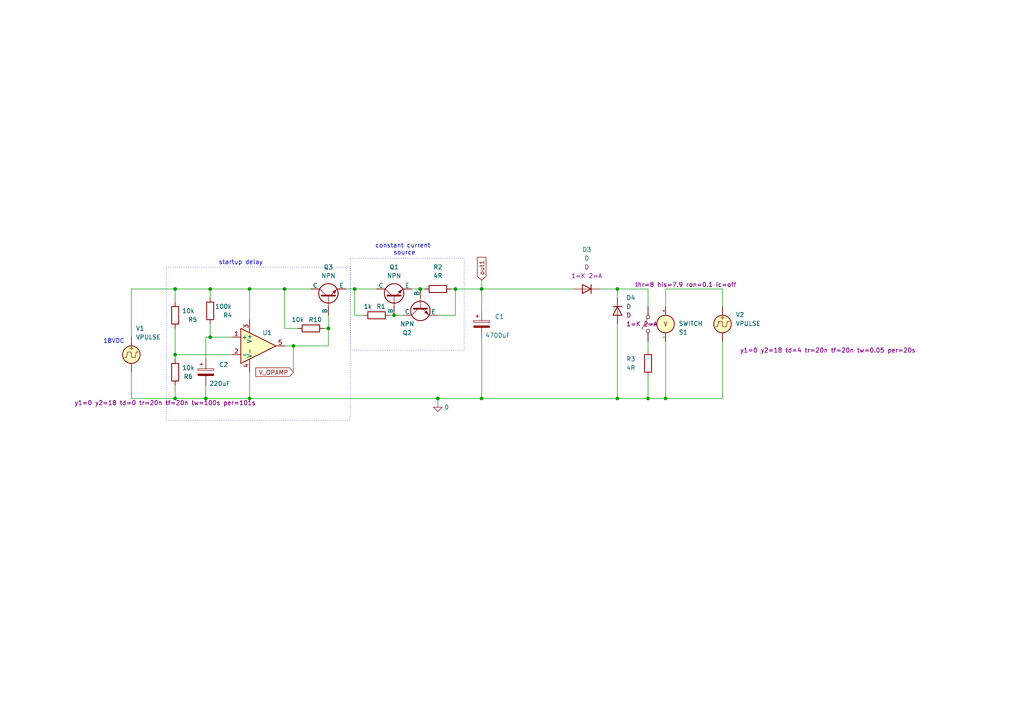
<source format=kicad_sch>
(kicad_sch (version 20231120) (generator "eeschema") (generator_version "8.0")
  (paper "A4")
  (lib_symbols
    (symbol "Device:C_Polarized" (pin_numbers hide) (pin_names (offset 0.254))
      (property "Reference" "C" (at 0.635 2.54 0))
      (property "Value" "C_Polarized" (at 0.635 -2.54 0))
      (symbol "C_Polarized_0_1"
        (rectangle (start -2.286 0.508) (end 2.286 1.016))
        (polyline (pts (xy -1.778 2.286) (xy -0.762 2.286)))
        (polyline (pts (xy -1.27 2.794) (xy -1.27 1.778)))
        (rectangle (start 2.286 -0.508) (end -2.286 -1.016) (fill (type outline)))
      )
      (symbol "C_Polarized_1_1"
        (pin passive line (at 0 3.81 270) (length 2.794) (name "~") (number "1"))
        (pin passive line (at 0 -3.81 90) (length 2.794) (name "~") (number "2"))
      )
    )
    (symbol "Device:R" (pin_numbers hide) (pin_names (offset 0))
      (property "Reference" "R" (at 2.032 0 90))
      (property "Value" "R" (at 0 0 90))
      (symbol "R_0_1"
        (rectangle (start -1.016 -2.54) (end 1.016 2.54) (stroke (width 0.254)))
      )
      (symbol "R_1_1"
        (pin passive line (at 0 3.81 270) (length 1.27) (name "~") (number "1"))
        (pin passive line (at 0 -3.81 90) (length 1.27) (name "~") (number "2"))
      )
    )
    (symbol "Simulation_SPICE:0" (power) (pin_numbers hide) (pin_names (offset 0) hide)
      (property "Value" "0" (at 0 -2.54 0))
      (symbol "0_0_1"
        (polyline (pts (xy -1.27 0) (xy 0 -1.27) (xy 1.27 0) (xy -1.27 0)))
      )
      (symbol "0_1_1"
        (pin power_in line (at 0 0 0) (length 0) (name "~") (number "1"))
      )
    )
    (symbol "Simulation_SPICE:D" (pin_numbers hide) (pin_names (offset 1.016) hide)
      (property "Reference" "D" (at 0 2.54 0))
      (property "Value" "D" (at 0 -2.54 0))
      (property "Sim.Device" "D" (at 0 0 0))
      (property "Sim.Pins" "1=K 2=A" (at 0 0 0))
      (symbol "D_0_1"
        (polyline (pts (xy -1.27 1.27) (xy -1.27 -1.27)) (stroke (width 0.254)))
        (polyline (pts (xy 1.27 0) (xy -1.27 0)))
        (polyline (pts (xy 1.27 1.27) (xy 1.27 -1.27) (xy -1.27 0) (xy 1.27 1.27)) (stroke (width 0.254)))
      )
      (symbol "D_1_1"
        (pin passive line (at -3.81 0 0) (length 2.54) (name "K") (number "1"))
        (pin passive line (at 3.81 0 180) (length 2.54) (name "A") (number "2"))
      )
    )
    (symbol "Simulation_SPICE:NPN" (pin_numbers hide) (pin_names (offset 0))
      (property "Reference" "Q" (at -2.54 7.62 0))
      (property "Value" "NPN" (at -2.54 5.08 0))
      (symbol "NPN_0_1"
        (polyline (pts (xy -2.54 0) (xy 0.635 0)) (stroke (width 0.1524)))
        (polyline (pts (xy 0.635 0.635) (xy 2.54 2.54)))
        (polyline (pts (xy 2.794 -1.27) (xy 2.794 -1.27)) (stroke (width 0.1524)))
        (polyline (pts (xy 2.794 -1.27) (xy 2.794 -1.27)) (stroke (width 0.1524)))
        (polyline (pts (xy 0.635 -0.635) (xy 2.54 -2.54) (xy 2.54 -2.54)))
        (polyline (pts (xy 0.635 1.905) (xy 0.635 -1.905) (xy 0.635 -1.905)) (stroke (width 0.508)))
        (polyline (pts (xy 1.27 -1.778) (xy 1.778 -1.27) (xy 2.286 -2.286) (xy 1.27 -1.778) (xy 1.27 -1.778)) (fill (type outline)))
        (circle (center 1.27 0) (radius 2.8194) (stroke (width 0.254)))
      )
      (symbol "NPN_1_1"
        (pin open_collector line (at 2.54 5.08 270) (length 2.54) (name "C") (number "1"))
        (pin input line (at -5.08 0 0) (length 2.54) (name "B") (number "2"))
        (pin open_emitter line (at 2.54 -5.08 90) (length 2.54) (name "E") (number "3"))
      )
    )
    (symbol "Simulation_SPICE:OPAMP" (pin_names (offset 0.254))
      (property "Reference" "U" (at 3.81 3.175 0))
      (property "Value" "${SIM.PARAMS}" (at 3.81 -3.175 0))
      (symbol "OPAMP_0_1"
        (polyline (pts (xy 5.08 0) (xy -5.08 5.08) (xy -5.08 -5.08) (xy 5.08 0)) (stroke (width 0.254)) (fill (type background)))
      )
      (symbol "OPAMP_1_1"
        (pin input line (at -7.62 2.54 0) (length 2.54) (name "+") (number "1"))
        (pin input line (at -7.62 -2.54 0) (length 2.54) (name "-") (number "2"))
        (pin power_in line (at -2.54 7.62 270) (length 3.81) (name "V+") (number "3"))
        (pin power_in line (at -2.54 -7.62 90) (length 3.81) (name "V-") (number "4"))
        (pin output line (at 7.62 0 180) (length 2.54) (name "~") (number "5"))
      )
    )
    (symbol "Simulation_SPICE:SWITCH" (pin_numbers hide) (pin_names (offset 1.016) hide)
      (property "Reference" "S" (at 2.54 2.54 0))
      (property "Value" "SWITCH" (at 2.54 0 0))
      (property "Sim.Params" "thr=0 ron=1" (at 2.54 -2.54 0))
      (symbol "SWITCH_0_1"
        (circle (center 0 -2.032) (radius 0.508))
        (polyline (pts (xy 0.254 1.524) (xy 1.778 -1.524)))
        (circle (center 0 2.032) (radius 0.508))
      )
      (symbol "SWITCH_1_1"
        (circle (center -5.08 0) (radius 2.54) (stroke (width 0.254)) (fill (type background)))
        (polyline (pts (xy -4.826 -3.81) (xy -4.318 -3.81)))
        (polyline (pts (xy -4.826 3.81) (xy -4.318 3.81)))
        (polyline (pts (xy -4.572 4.064) (xy -4.572 3.556)))
        (polyline (pts (xy -2.54 0) (xy 0.889 0)) (stroke (width 0) (type dash)))
        (text "V" (at -5.08 0 0) (effects (font (size 1.27 1.27))))
        (pin passive line (at 0 5.08 270) (length 2.54) (name "N+") (number "1"))
        (pin passive line (at 0 -5.08 90) (length 2.54) (name "N-") (number "2"))
        (pin input line (at -5.08 5.08 270) (length 2.54) (name "C+") (number "3"))
        (pin input line (at -5.08 -5.08 90) (length 2.54) (name "C-") (number "4"))
      )
    )
    (symbol "Simulation_SPICE:VPULSE" (pin_numbers hide) (pin_names (offset 0.0254))
      (property "Reference" "V" (at 2.54 2.54 0))
      (property "Value" "VPULSE" (at 2.54 0 0))
      (property "Sim.Params" "y1=0 y2=1 td=2n tr=2n tf=2n tw=50n per=100n" (at 2.54 -2.54 0))
      (symbol "VPULSE_0_0"
        (polyline (pts (xy -2.032 -0.762) (xy -1.397 -0.762) (xy -1.143 0.762) (xy -0.127 0.762) (xy 0.127 -0.762) (xy 1.143 -0.762) (xy 1.397 0.762) (xy 2.032 0.762)))
        (text "+" (at 0 1.905 0) (effects (font (size 1.27 1.27))))
      )
      (symbol "VPULSE_0_1"
        (circle (center 0 0) (radius 2.54) (stroke (width 0.254)) (fill (type background)))
      )
      (symbol "VPULSE_1_1"
        (pin passive line (at 0 5.08 270) (length 2.54) (name "~") (number "1"))
        (pin passive line (at 0 -5.08 90) (length 2.54) (name "~") (number "2"))
      )
    )
  )
  (junction (at 187.96 115.57))
  (junction (at 60.96 83.82))
  (junction (at 82.55 83.82))
  (junction (at 50.8 115.57))
  (junction (at 127 115.57))
  (junction (at 193.04 115.57))
  (junction (at 72.39 115.57))
  (junction (at 95.25 95.25))
  (junction (at 85.09 100.33))
  (junction (at 179.07 83.82))
  (junction (at 102.87 83.82))
  (junction (at 121.92 83.82))
  (junction (at 179.07 115.57))
  (junction (at 72.39 83.82))
  (junction (at 139.7 83.82))
  (junction (at 139.7 115.57))
  (junction (at 50.8 83.82))
  (junction (at 132.08 83.82))
  (junction (at 59.69 115.57))
  (junction (at 60.96 97.79))
  (junction (at 114.3 91.44))
  (junction (at 50.8 102.87))
  (wire (pts (xy 95.25 100.33) (xy 95.25 95.25)))
  (wire (pts (xy 193.04 115.57) (xy 187.96 115.57)))
  (wire (pts (xy 38.1 83.82) (xy 50.8 83.82)))
  (wire (pts (xy 179.07 83.82) (xy 187.96 83.82)))
  (wire (pts (xy 121.92 83.82) (xy 123.19 83.82)))
  (wire (pts (xy 187.96 99.06) (xy 187.96 101.6)))
  (wire (pts (xy 95.25 95.25) (xy 95.25 91.44)))
  (wire (pts (xy 59.69 115.57) (xy 72.39 115.57)))
  (wire (pts (xy 139.7 115.57) (xy 179.07 115.57)))
  (wire (pts (xy 72.39 107.95) (xy 72.39 115.57)))
  (wire (pts (xy 113.03 91.44) (xy 114.3 91.44)))
  (wire (pts (xy 38.1 107.95) (xy 38.1 115.57)))
  (wire (pts (xy 209.55 83.82) (xy 209.55 88.9)))
  (wire (pts (xy 72.39 83.82) (xy 82.55 83.82)))
  (wire (pts (xy 139.7 83.82) (xy 139.7 90.17)))
  (wire (pts (xy 209.55 99.06) (xy 209.55 115.57)))
  (wire (pts (xy 100.33 83.82) (xy 102.87 83.82)))
  (wire (pts (xy 85.09 107.95) (xy 85.09 100.33)))
  (wire (pts (xy 127 91.44) (xy 132.08 91.44)))
  (wire (pts (xy 86.36 95.25) (xy 82.55 95.25)))
  (wire (pts (xy 139.7 97.79) (xy 139.7 115.57)))
  (wire (pts (xy 50.8 102.87) (xy 67.31 102.87)))
  (wire (pts (xy 72.39 83.82) (xy 72.39 92.71)))
  (wire (pts (xy 50.8 95.25) (xy 50.8 102.87)))
  (wire (pts (xy 38.1 115.57) (xy 50.8 115.57)))
  (wire (pts (xy 193.04 99.06) (xy 193.04 115.57)))
  (wire (pts (xy 50.8 83.82) (xy 60.96 83.82)))
  (wire (pts (xy 59.69 97.79) (xy 59.69 104.14)))
  (wire (pts (xy 50.8 111.76) (xy 50.8 115.57)))
  (wire (pts (xy 60.96 97.79) (xy 59.69 97.79)))
  (wire (pts (xy 127 115.57) (xy 139.7 115.57)))
  (wire (pts (xy 173.99 83.82) (xy 179.07 83.82)))
  (wire (pts (xy 60.96 83.82) (xy 72.39 83.82)))
  (wire (pts (xy 60.96 83.82) (xy 60.96 86.36)))
  (wire (pts (xy 187.96 109.22) (xy 187.96 115.57)))
  (wire (pts (xy 114.3 91.44) (xy 116.84 91.44)))
  (wire (pts (xy 93.98 95.25) (xy 95.25 95.25)))
  (wire (pts (xy 60.96 93.98) (xy 60.96 97.79)))
  (wire (pts (xy 130.81 83.82) (xy 132.08 83.82)))
  (wire (pts (xy 50.8 102.87) (xy 50.8 104.14)))
  (wire (pts (xy 179.07 115.57) (xy 187.96 115.57)))
  (wire (pts (xy 187.96 88.9) (xy 187.96 83.82)))
  (wire (pts (xy 82.55 95.25) (xy 82.55 83.82)))
  (wire (pts (xy 179.07 83.82) (xy 179.07 86.36)))
  (wire (pts (xy 59.69 111.76) (xy 59.69 115.57)))
  (wire (pts (xy 132.08 91.44) (xy 132.08 83.82)))
  (wire (pts (xy 50.8 83.82) (xy 50.8 87.63)))
  (wire (pts (xy 102.87 83.82) (xy 109.22 83.82)))
  (wire (pts (xy 119.38 83.82) (xy 121.92 83.82)))
  (wire (pts (xy 193.04 83.82) (xy 209.55 83.82)))
  (wire (pts (xy 60.96 97.79) (xy 67.31 97.79)))
  (wire (pts (xy 132.08 83.82) (xy 139.7 83.82)))
  (wire (pts (xy 179.07 93.98) (xy 179.07 115.57)))
  (wire (pts (xy 209.55 115.57) (xy 193.04 115.57)))
  (wire (pts (xy 102.87 83.82) (xy 102.87 91.44)))
  (wire (pts (xy 139.7 83.82) (xy 166.37 83.82)))
  (wire (pts (xy 38.1 83.82) (xy 38.1 97.79)))
  (wire (pts (xy 139.7 81.28) (xy 139.7 83.82)))
  (wire (pts (xy 82.55 83.82) (xy 90.17 83.82)))
  (wire (pts (xy 193.04 83.82) (xy 193.04 88.9)))
  (wire (pts (xy 127 115.57) (xy 127 118.11)))
  (wire (pts (xy 102.87 91.44) (xy 105.41 91.44)))
  (wire (pts (xy 85.09 100.33) (xy 95.25 100.33)))
  (wire (pts (xy 72.39 115.57) (xy 127 115.57)))
  (wire (pts (xy 82.55 100.33) (xy 85.09 100.33)))
  (wire (pts (xy 50.8 115.57) (xy 59.69 115.57)))
  (rectangle (start 48.26 77.47) (end 101.6 121.92) (stroke (width 0) (type dot)))
  (rectangle (start 101.6 74.93) (end 134.62 101.6) (stroke (width 0) (type dot)))
  (text "startup delay" (at 69.85 76.2 0) (effects (font (size 1.27 1.27))))
  (text "constant current\n source" (at 116.84 72.39 0) (effects (font (size 1.27 1.27))))
  (text "18VDC" (at 33.02 99.06 0) (effects (font (size 1.27 1.27))))
  (global_label "V_OPAMP" (shape input) (at 85.09 107.95 180) (property "Intersheetrefs" "${INTERSHEET_REFS}" (effects (hide yes))))
  (global_label "out1" (shape input) (at 139.7 81.28 90) (property "Intersheetrefs" "${INTERSHEET_REFS}" (effects (hide yes))))
  (symbol (lib_id "Device:R") (at 90.17 95.25 90) (unit 1)
    (property "Reference" "R10" (at 91.44 92.71 90))
    (property "Value" "10k" (at 86.36 92.71 90))
    (property "Description" "Resistor" (effects (hide yes)))
  )
  (symbol (lib_id "Device:C_Polarized") (at 139.7 93.98 0) (unit 1)
    (property "Reference" "C1" (at 143.51 91.821 0) (effects (justify left)))
    (property "Value" "4700uF" (at 140.716 97.282 0) (effects (justify left)))
    (property "Footprint" "Capacitor_THT:CP_Radial_D16.0mm_P7.50mm" (effects (hide yes)))
    (property "Sim.Device" "C" (effects (hide yes)))
    (property "Sim.Pins" "1=+ 2=-" (effects (hide yes)))
  )
  (symbol (lib_id "Device:R") (at 60.96 90.17 0) (unit 1)
    (property "Reference" "R4" (at 66.04 91.44 0))
    (property "Value" "100k" (at 64.77 88.9 0))
    (property "Description" "Resistor" (effects (hide yes)))
    (property "Sim.Device" "R" (effects (hide yes)))
    (property "Sim.Pins" "1=+ 2=-" (effects (hide yes)))
  )
  (symbol (lib_id "Simulation_SPICE:D") (at 170.18 83.82 180) (unit 1)
    (property "Reference" "D3" (at 170.18 72.39 0))
    (property "Value" "D" (at 170.18 74.93 0))
    (property "Datasheet" "https://ngspice.sourceforge.io/docs/ngspice-html-manual/manual.xhtml#cha_DIODEs" (effects (hide yes)))
    (property "Description" "Diode for simulation or PCB" (effects (hide yes)))
    (property "Sim.Device" "D" (at 170.18 77.47 0))
    (property "Sim.Pins" "1=K 2=A" (at 170.18 80.01 0))
  )
  (symbol (lib_id "Device:R") (at 50.8 91.44 0) (unit 1)
    (property "Reference" "R5" (at 55.88 92.71 0))
    (property "Value" "10k" (at 54.61 90.17 0))
    (property "Description" "Resistor" (effects (hide yes)))
  )
  (symbol (lib_id "Device:R") (at 109.22 91.44 90) (unit 1)
    (property "Reference" "R1" (at 110.49 88.9 90))
    (property "Value" "1k" (at 106.68 88.9 90))
    (property "Description" "Resistor" (effects (hide yes)))
  )
  (symbol (lib_id "Simulation_SPICE:VPULSE") (at 209.55 93.98 0) (unit 1)
    (property "Reference" "V2" (at 213.36 91.3101 0) (effects (justify left)))
    (property "Value" "VPULSE" (at 213.36 93.8501 0) (effects (justify left)))
    (property "Datasheet" "https://ngspice.sourceforge.io/docs/ngspice-html-manual/manual.xhtml#sec_Independent_Sources_for" (effects (hide yes)))
    (property "Description" "Voltage source, pulse" (effects (hide yes)))
    (property "Sim.Pins" "1=+ 2=-" (effects (hide yes)))
    (property "Sim.Type" "PULSE" (effects (hide yes)))
    (property "Sim.Device" "V" (effects (hide yes)))
    (property "Sim.Params" "y1=0 y2=18 td=4 tr=20n tf=20n tw=0.05 per=20s" (at 214.63 101.6 0) (effects (justify left)))
  )
  (symbol (lib_id "Device:R") (at 127 83.82 90) (unit 1)
    (property "Reference" "R2" (at 127 77.47 90))
    (property "Value" "4R" (at 127 80.01 90))
    (property "Description" "Resistor" (effects (hide yes)))
  )
  (symbol (lib_id "Simulation_SPICE:NPN") (at 121.92 88.9 90) (mirror x) (unit 1)
    (property "Reference" "Q2" (at 118.11 96.52 90))
    (property "Value" "NPN" (at 118.11 93.98 90))
    (property "Datasheet" "https://ngspice.sourceforge.io/docs/ngspice-html-manual/manual.xhtml#cha_BJTs" (effects (hide yes)))
    (property "Description" "Bipolar transistor symbol for simulation only, substrate tied to the emitter" (effects (hide yes)))
    (property "Sim.Device" "NPN" (effects (hide yes)))
    (property "Sim.Type" "GUMMELPOON" (effects (hide yes)))
    (property "Sim.Pins" "1=C 2=B 3=E" (effects (hide yes)))
  )
  (symbol (lib_id "Simulation_SPICE:0") (at 127 118.11 0) (unit 1)
    (property "Reference" "#GND01" (effects (hide yes)))
    (property "Value" "0" (at 129.54 118.11 0))
    (property "Datasheet" "https://ngspice.sourceforge.io/docs/ngspice-html-manual/manual.xhtml#subsec_Circuit_elements__device" (effects (hide yes)))
    (property "Description" "0V reference potential for simulation" (effects (hide yes)))
  )
  (symbol (lib_id "Device:R") (at 187.96 105.41 0) (unit 1)
    (property "Reference" "R3" (at 181.61 104.14 0) (effects (justify left)))
    (property "Value" "4R" (at 181.61 106.68 0) (effects (justify left)))
    (property "Description" "Resistor" (effects (hide yes)))
  )
  (symbol (lib_id "Simulation_SPICE:VPULSE") (at 38.1 102.87 0) (unit 1)
    (property "Reference" "V1" (at 39.37 95.25 0) (effects (justify left)))
    (property "Value" "VPULSE" (at 39.37 97.79 0) (effects (justify left)))
    (property "Datasheet" "https://ngspice.sourceforge.io/docs/ngspice-html-manual/manual.xhtml#sec_Independent_Sources_for" (effects (hide yes)))
    (property "Description" "Voltage source, pulse" (effects (hide yes)))
    (property "Sim.Pins" "1=+ 2=-" (effects (hide yes)))
    (property "Sim.Type" "PULSE" (effects (hide yes)))
    (property "Sim.Device" "V" (effects (hide yes)))
    (property "Sim.Params" "y1=0 y2=18 td=0 tr=20n tf=20n tw=100s per=101s" (at 21.59 116.84 0) (effects (justify left)))
  )
  (symbol (lib_id "Device:C_Polarized") (at 59.69 107.95 0) (unit 1)
    (property "Reference" "C2" (at 63.5 105.791 0) (effects (justify left)))
    (property "Value" "220uF" (at 60.706 111.252 0) (effects (justify left)))
    (property "Footprint" "Capacitor_THT:CP_Radial_D16.0mm_P7.50mm" (effects (hide yes)))
    (property "Sim.Device" "C" (effects (hide yes)))
    (property "Sim.Pins" "1=+ 2=-" (effects (hide yes)))
  )
  (symbol (lib_id "Simulation_SPICE:NPN") (at 95.25 86.36 90) (unit 1)
    (property "Reference" "Q3" (at 95.25 77.47 90))
    (property "Value" "NPN" (at 95.25 80.01 90))
    (property "Datasheet" "https://ngspice.sourceforge.io/docs/ngspice-html-manual/manual.xhtml#cha_BJTs" (effects (hide yes)))
    (property "Description" "Bipolar transistor symbol for simulation only, substrate tied to the emitter" (effects (hide yes)))
    (property "Sim.Device" "NPN" (effects (hide yes)))
    (property "Sim.Type" "GUMMELPOON" (effects (hide yes)))
    (property "Sim.Pins" "1=C 2=B 3=E" (effects (hide yes)))
  )
  (symbol (lib_id "Simulation_SPICE:D") (at 179.07 90.17 270) (unit 1)
    (property "Reference" "D4" (at 181.61 86.3599 90) (effects (justify left)))
    (property "Value" "D" (at 181.61 88.8999 90) (effects (justify left)))
    (property "Datasheet" "https://ngspice.sourceforge.io/docs/ngspice-html-manual/manual.xhtml#cha_DIODEs" (effects (hide yes)))
    (property "Description" "Diode for simulation or PCB" (effects (hide yes)))
    (property "Sim.Device" "D" (at 181.61 91.4399 90) (effects (justify left)))
    (property "Sim.Pins" "1=K 2=A" (at 181.61 93.9799 90) (effects (justify left)))
  )
  (symbol (lib_id "Simulation_SPICE:SWITCH") (at 187.96 93.98 0) (mirror y) (unit 1)
    (property "Reference" "S1" (at 196.85 96.3931 0) (effects (justify right)))
    (property "Value" "SWITCH" (at 196.85 93.8531 0) (effects (justify right)))
    (property "Datasheet" "https://ngspice.sourceforge.io/docs/ngspice-html-manual/manual.xhtml#subsec_Switches" (effects (hide yes)))
    (property "Description" "Voltage controlled switch symbol for simulation only" (effects (hide yes)))
    (property "Sim.Device" "SW" (effects (hide yes)))
    (property "Sim.Type" "V" (effects (hide yes)))
    (property "Sim.Params" "thr=8 his=7.9 ron=0.1 ic=off" (at 184.15 82.55 0) (effects (justify right)))
    (property "Sim.Pins" "1=no+ 2=no- 3=ctrl+ 4=ctrl-" (effects (hide yes)))
  )
  (symbol (lib_id "Simulation_SPICE:OPAMP") (at 74.93 100.33 0) (unit 1)
    (property "Reference" "U1" (at 77.47 96.52 0))
    (property "Value" "${SIM.PARAMS}" (at 82.55 97.1865 0))
    (property "Datasheet" "https://ngspice.sourceforge.io/docs/ngspice-html-manual/manual.xhtml#sec__SUBCKT_Subcircuits" (effects (hide yes)))
    (property "Description" "Operational amplifier, single, node sequence=1:+ 2:- 3:OUT 4:V+ 5:V-" (effects (hide yes)))
    (property "Sim.Pins" "1=in+ 2=in- 3=vcc 4=vee 5=out" (effects (hide yes)))
    (property "Sim.Device" "SUBCKT" (effects (hide yes)))
    (property "Sim.Library" "${KICAD7_SYMBOL_DIR}/Simulation_SPICE.sp" (effects (hide yes)))
    (property "Sim.Name" "kicad_builtin_opamp" (effects (hide yes)))
  )
  (symbol (lib_id "Device:R") (at 50.8 107.95 0) (unit 1)
    (property "Reference" "R6" (at 54.61 109.22 0))
    (property "Value" "10k" (at 54.61 106.68 0))
    (property "Description" "Resistor" (effects (hide yes)))
  )
  (symbol (lib_id "Simulation_SPICE:NPN") (at 114.3 86.36 90) (unit 1)
    (property "Reference" "Q1" (at 114.3 77.47 90))
    (property "Value" "NPN" (at 114.3 80.01 90))
    (property "Datasheet" "https://ngspice.sourceforge.io/docs/ngspice-html-manual/manual.xhtml#cha_BJTs" (effects (hide yes)))
    (property "Description" "Bipolar transistor symbol for simulation only, substrate tied to the emitter" (effects (hide yes)))
    (property "Sim.Device" "NPN" (effects (hide yes)))
    (property "Sim.Type" "GUMMELPOON" (effects (hide yes)))
    (property "Sim.Pins" "1=C 2=B 3=E" (effects (hide yes)))
  )
)
</source>
